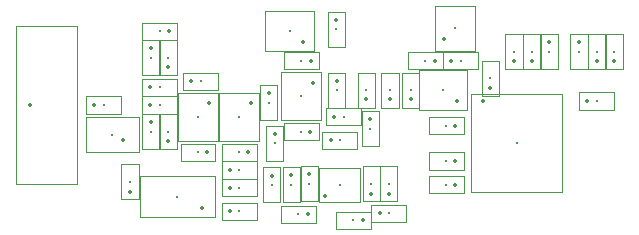
<source format=gbr>
%TF.GenerationSoftware,KiCad,Pcbnew,8.0.3-8.0.3-0~ubuntu22.04.1*%
%TF.CreationDate,2024-10-10T17:36:23+02:00*%
%TF.ProjectId,ADC_pHAT_AFE,4144435f-7048-4415-945f-4146452e6b69,rev?*%
%TF.SameCoordinates,PX5cbead0PY5705d50*%
%TF.FileFunction,Component,L1,Top*%
%TF.FilePolarity,Positive*%
%FSLAX46Y46*%
G04 Gerber Fmt 4.6, Leading zero omitted, Abs format (unit mm)*
G04 Created by KiCad (PCBNEW 8.0.3-8.0.3-0~ubuntu22.04.1) date 2024-10-10 17:36:23*
%MOMM*%
%LPD*%
G01*
G04 APERTURE LIST*
%TA.AperFunction,ComponentMain*%
%ADD10C,0.300000*%
%TD*%
%TA.AperFunction,ComponentOutline,Courtyard*%
%ADD11C,0.100000*%
%TD*%
%TA.AperFunction,ComponentPin*%
%ADD12P,0.360000X4X0.000000*%
%TD*%
%TA.AperFunction,ComponentPin*%
%ADD13C,0.100000*%
%TD*%
%TA.AperFunction,ComponentOutline,Footprint*%
%ADD14C,0.100000*%
%TD*%
G04 APERTURE END LIST*
D10*
%TO.C,C15*%
%TO.CFtp,C_0603_1608Metric*%
%TO.CVal,4.7u*%
%TO.CLbN,Capacitor_SMD*%
%TO.CMnt,SMD*%
%TO.CRot,180*%
X28660000Y5250000D03*
D11*
X30139999Y5979999D02*
X30139999Y4520001D01*
X27180001Y4520001D01*
X27180001Y5979999D01*
X30139999Y5979999D01*
D12*
%TO.P,C15,1*%
X29435000Y5250000D03*
D13*
%TO.P,C15,2*%
X27885000Y5250000D03*
%TD*%
D10*
%TO.C,D3*%
%TO.CFtp,D_0603_1608Metric*%
%TO.CVal,D*%
%TO.CLbN,Diode_SMD*%
%TO.CMnt,SMD*%
%TO.CRot,-90*%
X30100000Y13000000D03*
D11*
X30829999Y14479999D02*
X30829999Y11520001D01*
X29370001Y11520001D01*
X29370001Y14479999D01*
X30829999Y14479999D01*
D12*
%TO.P,D3,1,K*%
X30100000Y13787500D03*
D13*
%TO.P,D3,2,A*%
X30100000Y12212500D03*
%TD*%
D10*
%TO.C,C13*%
%TO.CFtp,C_0603_1608Metric*%
%TO.CVal,2.2u*%
%TO.CLbN,Capacitor_SMD*%
%TO.CMnt,SMD*%
%TO.CRot,-90*%
X21750000Y8250000D03*
D11*
X22479999Y9729999D02*
X22479999Y6770001D01*
X21020001Y6770001D01*
X21020001Y9729999D01*
X22479999Y9729999D01*
D12*
%TO.P,C13,1*%
X21750000Y9025000D03*
D13*
%TO.P,C13,2*%
X21750000Y7475000D03*
%TD*%
D10*
%TO.C,R11*%
%TO.CFtp,R_0603_1608Metric*%
%TO.CVal,100*%
%TO.CLbN,Resistor_SMD*%
%TO.CMnt,SMD*%
%TO.CRot,180*%
X24250000Y18750000D03*
D11*
X25729999Y19479999D02*
X25729999Y18020001D01*
X22770001Y18020001D01*
X22770001Y19479999D01*
X25729999Y19479999D01*
D12*
%TO.P,R11,1*%
X25075000Y18750000D03*
D13*
%TO.P,R11,2*%
X23425000Y18750000D03*
%TD*%
D10*
%TO.C,C9*%
%TO.CFtp,C_0603_1608Metric*%
%TO.CVal,100n*%
%TO.CLbN,Capacitor_SMD*%
%TO.CMnt,SMD*%
%TO.CRot,90*%
X33500000Y16250000D03*
D11*
X34229999Y17729999D02*
X34229999Y14770001D01*
X32770001Y14770001D01*
X32770001Y17729999D01*
X34229999Y17729999D01*
D12*
%TO.P,C9,1*%
X33500000Y15475000D03*
D13*
%TO.P,C9,2*%
X33500000Y17025000D03*
%TD*%
D10*
%TO.C,R14*%
%TO.CFtp,R_0603_1608Metric*%
%TO.CVal,100*%
%TO.CLbN,Resistor_SMD*%
%TO.CMnt,SMD*%
%TO.CRot,-90*%
X21500000Y15200000D03*
D11*
X22229999Y16679999D02*
X22229999Y13720001D01*
X20770001Y13720001D01*
X20770001Y16679999D01*
X22229999Y16679999D01*
D12*
%TO.P,R14,1*%
X21500000Y16025000D03*
D13*
%TO.P,R14,2*%
X21500000Y14375000D03*
%TD*%
D10*
%TO.C,C4*%
%TO.CFtp,C_0603_1608Metric*%
%TO.CVal,22uF*%
%TO.CLbN,Capacitor_SMD*%
%TO.CMnt,SMD*%
%TO.CRot,90*%
X43750000Y19500000D03*
D11*
X44479999Y20979999D02*
X44479999Y18020001D01*
X43020001Y18020001D01*
X43020001Y20979999D01*
X44479999Y20979999D01*
D12*
%TO.P,C4,1*%
X43750000Y18725000D03*
D13*
%TO.P,C4,2*%
X43750000Y20275000D03*
%TD*%
D10*
%TO.C,R3*%
%TO.CFtp,R_0603_1608Metric*%
%TO.CVal,87k*%
%TO.CLbN,Resistor_SMD*%
%TO.CMnt,SMD*%
%TO.CRot,90*%
X30160000Y8325000D03*
D11*
X30889999Y9804999D02*
X30889999Y6845001D01*
X29430001Y6845001D01*
X29430001Y9804999D01*
X30889999Y9804999D01*
D12*
%TO.P,R3,1*%
X30160000Y7500000D03*
D13*
%TO.P,R3,2*%
X30160000Y9150000D03*
%TD*%
D10*
%TO.C,D2*%
%TO.CFtp,D_0603_1608Metric*%
%TO.CVal,D*%
%TO.CLbN,Diode_SMD*%
%TO.CMnt,SMD*%
%TO.CRot,90*%
X13000000Y19000000D03*
D11*
X13729999Y20479999D02*
X13729999Y17520001D01*
X12270001Y17520001D01*
X12270001Y20479999D01*
X13729999Y20479999D01*
D12*
%TO.P,D2,1,K*%
X13000000Y18212500D03*
D13*
%TO.P,D2,2,A*%
X13000000Y19787500D03*
%TD*%
D10*
%TO.C,R5*%
%TO.CFtp,R_0603_1608Metric*%
%TO.CVal,1k*%
%TO.CLbN,Resistor_SMD*%
%TO.CMnt,SMD*%
%TO.CRot,0*%
X37750000Y18750000D03*
D11*
X39229999Y19479999D02*
X39229999Y18020001D01*
X36270001Y18020001D01*
X36270001Y19479999D01*
X39229999Y19479999D01*
D12*
%TO.P,R5,1*%
X36925000Y18750000D03*
D13*
%TO.P,R5,2*%
X38575000Y18750000D03*
%TD*%
D10*
%TO.C,U8*%
%TO.CFtp,SOT-23-6*%
%TO.CVal,DAC5571*%
%TO.CLbN,Package_TO_SOT_SMD*%
%TO.CMnt,SMD*%
%TO.CRot,180*%
X23250000Y21250000D03*
D11*
X25299999Y22949999D02*
X25299999Y19550001D01*
X21200001Y19550001D01*
X21200001Y22949999D01*
X25299999Y22949999D01*
D12*
%TO.P,U8,1,VOUT*%
X24387500Y20300000D03*
D13*
%TO.P,U8,2,GND*%
X24387500Y21250000D03*
%TO.P,U8,3,VDD*%
X24387500Y22200000D03*
%TO.P,U8,4,SDA*%
X22112500Y22200000D03*
%TO.P,U8,5,SCL*%
X22112500Y21250000D03*
%TO.P,U8,6,A0*%
X22112500Y20300000D03*
%TD*%
D10*
%TO.C,D1*%
%TO.CFtp,D_0603_1608Metric*%
%TO.CVal,D*%
%TO.CLbN,Diode_SMD*%
%TO.CMnt,SMD*%
%TO.CRot,-90*%
X11500000Y19000000D03*
D11*
X12229999Y20479999D02*
X12229999Y17520001D01*
X10770001Y17520001D01*
X10770001Y20479999D01*
X12229999Y20479999D01*
D12*
%TO.P,D1,1,K*%
X11500000Y19787500D03*
D13*
%TO.P,D1,2,A*%
X11500000Y18212500D03*
%TD*%
D10*
%TO.C,U3*%
%TO.CFtp,WSON-12-1EP_3x2mm_P0.5mm_EP1x2.65_ThermalVias*%
%TO.CVal,LM27762*%
%TO.CLbN,Package_SON*%
%TO.CMnt,SMD*%
%TO.CRot,90*%
X27500000Y8250000D03*
D11*
X29249999Y9699999D02*
X29249999Y6800001D01*
X25750001Y6800001D01*
X25750001Y9699999D01*
X29249999Y9699999D01*
D12*
%TO.P,U3,1,PGOOD*%
X26250000Y7300000D03*
D13*
%TO.P,U3,2,FB+*%
X26750000Y7300000D03*
%TO.P,U3,3,VIN*%
X27250000Y7300000D03*
%TO.P,U3,4,GND*%
X27750000Y7300000D03*
%TO.P,U3,5,CP*%
X28250000Y7300000D03*
%TO.P,U3,6,OUT-*%
X28750000Y7300000D03*
%TO.P,U3,7,FB-*%
X28750000Y9200000D03*
%TO.P,U3,8,EN-*%
X28250000Y9200000D03*
%TO.P,U3,9,C-*%
X27750000Y9200000D03*
%TO.P,U3,10,C+*%
X27250000Y9200000D03*
%TO.P,U3,11,OUT+*%
X26750000Y9200000D03*
%TO.P,U3,12,EN+*%
X26250000Y9200000D03*
%TO.P,U3,13,PAD*%
X26500000Y8250000D03*
X27500000Y8250000D03*
X27500000Y8250000D03*
X28500000Y8250000D03*
%TD*%
D10*
%TO.C,R19*%
%TO.CFtp,R_0603_1608Metric*%
%TO.CVal,1k*%
%TO.CLbN,Resistor_SMD*%
%TO.CMnt,SMD*%
%TO.CRot,0*%
X15750000Y17000000D03*
D11*
X17229999Y17729999D02*
X17229999Y16270001D01*
X14270001Y16270001D01*
X14270001Y17729999D01*
X17229999Y17729999D01*
D12*
%TO.P,R19,1*%
X14925000Y17000000D03*
D13*
%TO.P,R19,2*%
X16575000Y17000000D03*
%TD*%
D10*
%TO.C,J3*%
%TO.CFtp,AMPHENOL_132357-11-MOD*%
%TO.CVal,Conn_Coaxial*%
%TO.CLbN,ICTAMKY_V8*%
%TO.CMnt,Other*%
%TO.CRot,0*%
X1250000Y15000000D03*
D14*
X75000Y21650000D02*
X75000Y8350000D01*
X5275000Y8350000D01*
X5275000Y21650000D01*
X75000Y21650000D01*
D12*
%TO.P,J3,1,In*%
X1250000Y15000000D03*
D13*
%TO.P,J3,2,Ext*%
X2825000Y19250000D03*
X2825000Y10750000D03*
%TD*%
D10*
%TO.C,U4*%
%TO.CFtp,MSOP-10_3x3mm_P0.5mm*%
%TO.CVal,ADG621*%
%TO.CLbN,Package_SO*%
%TO.CMnt,SMD*%
%TO.CRot,180*%
X13750000Y7250000D03*
D11*
X16929999Y8999999D02*
X16929999Y5500001D01*
X10570001Y5500001D01*
X10570001Y8999999D01*
X16929999Y8999999D01*
D12*
%TO.P,U4,1,S1*%
X15862500Y6250000D03*
D13*
%TO.P,U4,2,D1*%
X15862500Y6750000D03*
%TO.P,U4,3,IN2*%
X15862500Y7250000D03*
%TO.P,U4,4,GND*%
X15862500Y7750000D03*
%TO.P,U4,5,VSS*%
X15862500Y8250000D03*
%TO.P,U4,6,NC*%
X11637500Y8250000D03*
%TO.P,U4,7,S2*%
X11637500Y7750000D03*
%TO.P,U4,8,D2*%
X11637500Y7250000D03*
%TO.P,U4,9,IN1*%
X11637500Y6750000D03*
%TO.P,U4,10,VDD*%
X11637500Y6250000D03*
%TD*%
D10*
%TO.C,C18*%
%TO.CFtp,C_0603_1608Metric*%
%TO.CVal,1p*%
%TO.CLbN,Capacitor_SMD*%
%TO.CMnt,SMD*%
%TO.CRot,0*%
X12250000Y15000000D03*
D11*
X13729999Y15729999D02*
X13729999Y14270001D01*
X10770001Y14270001D01*
X10770001Y15729999D01*
X13729999Y15729999D01*
D12*
%TO.P,C18,1*%
X11475000Y15000000D03*
D13*
%TO.P,C18,2*%
X13025000Y15000000D03*
%TD*%
D10*
%TO.C,U2*%
%TO.CFtp,TSSOP-24_4.4x7.8mm_P0.65mm*%
%TO.CVal,ADC08100CIMTCX/NOPB(TSSOP-24)*%
%TO.CLbN,Package_SO*%
%TO.CMnt,SMD*%
%TO.CRot,0*%
X42500000Y11750000D03*
D11*
X46349999Y15899999D02*
X46349999Y7600001D01*
X38650001Y7600001D01*
X38650001Y15899999D01*
X46349999Y15899999D01*
D12*
%TO.P,U2,1,VA*%
X39637500Y15325000D03*
D13*
%TO.P,U2,2,AGND*%
X39637500Y14675000D03*
%TO.P,U2,3,VRT*%
X39637500Y14025000D03*
%TO.P,U2,4,VA*%
X39637500Y13375000D03*
%TO.P,U2,5,AGND*%
X39637500Y12725000D03*
%TO.P,U2,6,VIN*%
X39637500Y12075000D03*
%TO.P,U2,7,GND*%
X39637500Y11425000D03*
%TO.P,U2,8,AGND*%
X39637500Y10775000D03*
%TO.P,U2,9,VRM*%
X39637500Y10125000D03*
%TO.P,U2,10,VRB*%
X39637500Y9475000D03*
%TO.P,U2,11,AGND*%
X39637500Y8825000D03*
%TO.P,U2,12,VA*%
X39637500Y8175000D03*
%TO.P,U2,13,D7*%
X45362500Y8175000D03*
%TO.P,U2,14,D6*%
X45362500Y8825000D03*
%TO.P,U2,15,D5*%
X45362500Y9475000D03*
%TO.P,U2,16,D4*%
X45362500Y10125000D03*
%TO.P,U2,17,DRGND*%
X45362500Y10775000D03*
%TO.P,U2,18,DRVD*%
X45362500Y11425000D03*
%TO.P,U2,19,D3*%
X45362500Y12075000D03*
%TO.P,U2,20,D2*%
X45362500Y12725000D03*
%TO.P,U2,21,D1*%
X45362500Y13375000D03*
%TO.P,U2,22,D0*%
X45362500Y14025000D03*
%TO.P,U2,23,PD*%
X45362500Y14675000D03*
%TO.P,U2,24,CLK*%
X45362500Y15325000D03*
%TD*%
D10*
%TO.C,R13*%
%TO.CFtp,R_0603_1608Metric*%
%TO.CVal,100*%
%TO.CLbN,Resistor_SMD*%
%TO.CMnt,SMD*%
%TO.CRot,0*%
X27850000Y14000000D03*
D11*
X29329999Y14729999D02*
X29329999Y13270001D01*
X26370001Y13270001D01*
X26370001Y14729999D01*
X29329999Y14729999D01*
D12*
%TO.P,R13,1*%
X27025000Y14000000D03*
D13*
%TO.P,R13,2*%
X28675000Y14000000D03*
%TD*%
D10*
%TO.C,C11*%
%TO.CFtp,C_0603_1608Metric*%
%TO.CVal,100nF*%
%TO.CLbN,Capacitor_SMD*%
%TO.CMnt,SMD*%
%TO.CRot,180*%
X36500000Y10250000D03*
D11*
X37979999Y10979999D02*
X37979999Y9520001D01*
X35020001Y9520001D01*
X35020001Y10979999D01*
X37979999Y10979999D01*
D12*
%TO.P,C11,1*%
X37275000Y10250000D03*
D13*
%TO.P,C11,2*%
X35725000Y10250000D03*
%TD*%
D10*
%TO.C,U10*%
%TO.CFtp,SOT-23*%
%TO.CVal,LM4040DBZ-2.0*%
%TO.CLbN,Package_TO_SOT_SMD*%
%TO.CMnt,SMD*%
%TO.CRot,90*%
X37250000Y21500000D03*
D11*
X38949999Y23419999D02*
X38949999Y19580001D01*
X35550001Y19580001D01*
X35550001Y23419999D01*
X38949999Y23419999D01*
D12*
%TO.P,U10,1,K*%
X36300000Y20562500D03*
D13*
%TO.P,U10,2,A*%
X38200000Y20562500D03*
%TO.P,U10,3,NC*%
X37250000Y22437500D03*
%TD*%
D10*
%TO.C,C7*%
%TO.CFtp,C_0603_1608Metric*%
%TO.CVal,100nF*%
%TO.CLbN,Capacitor_SMD*%
%TO.CMnt,SMD*%
%TO.CRot,180*%
X36500000Y8250000D03*
D11*
X37979999Y8979999D02*
X37979999Y7520001D01*
X35020001Y7520001D01*
X35020001Y8979999D01*
X37979999Y8979999D01*
D12*
%TO.P,C7,1*%
X37275000Y8250000D03*
D13*
%TO.P,C7,2*%
X35725000Y8250000D03*
%TD*%
D10*
%TO.C,R8*%
%TO.CFtp,R_0603_1608Metric*%
%TO.CVal,47*%
%TO.CLbN,Resistor_SMD*%
%TO.CMnt,SMD*%
%TO.CRot,0*%
X19000000Y6000000D03*
D11*
X20479999Y6729999D02*
X20479999Y5270001D01*
X17520001Y5270001D01*
X17520001Y6729999D01*
X20479999Y6729999D01*
D12*
%TO.P,R8,1*%
X18175000Y6000000D03*
D13*
%TO.P,R8,2*%
X19825000Y6000000D03*
%TD*%
D10*
%TO.C,R2*%
%TO.CFtp,R_0603_1608Metric*%
%TO.CVal,10K*%
%TO.CLbN,Resistor_SMD*%
%TO.CMnt,SMD*%
%TO.CRot,0*%
X49250000Y15350000D03*
D11*
X50729999Y16079999D02*
X50729999Y14620001D01*
X47770001Y14620001D01*
X47770001Y16079999D01*
X50729999Y16079999D01*
D12*
%TO.P,R2,1*%
X48425000Y15350000D03*
D13*
%TO.P,R2,2*%
X50075000Y15350000D03*
%TD*%
D10*
%TO.C,C2*%
%TO.CFtp,C_0603_1608Metric*%
%TO.CVal,100nF*%
%TO.CLbN,Capacitor_SMD*%
%TO.CMnt,SMD*%
%TO.CRot,90*%
X50750000Y19500000D03*
D11*
X51479999Y20979999D02*
X51479999Y18020001D01*
X50020001Y18020001D01*
X50020001Y20979999D01*
X51479999Y20979999D01*
D12*
%TO.P,C2,1*%
X50750000Y18725000D03*
D13*
%TO.P,C2,2*%
X50750000Y20275000D03*
%TD*%
D10*
%TO.C,C23*%
%TO.CFtp,C_0603_1608Metric*%
%TO.CVal,160p*%
%TO.CLbN,Capacitor_SMD*%
%TO.CMnt,SMD*%
%TO.CRot,90*%
X29750000Y16250000D03*
D11*
X30479999Y17729999D02*
X30479999Y14770001D01*
X29020001Y14770001D01*
X29020001Y17729999D01*
X30479999Y17729999D01*
D12*
%TO.P,C23,1*%
X29750000Y15475000D03*
D13*
%TO.P,C23,2*%
X29750000Y17025000D03*
%TD*%
D10*
%TO.C,R12*%
%TO.CFtp,R_0603_1608Metric*%
%TO.CVal,680k*%
%TO.CLbN,Resistor_SMD*%
%TO.CMnt,SMD*%
%TO.CRot,0*%
X12250000Y16500000D03*
D11*
X13729999Y17229999D02*
X13729999Y15770001D01*
X10770001Y15770001D01*
X10770001Y17229999D01*
X13729999Y17229999D01*
D12*
%TO.P,R12,1*%
X11425000Y16500000D03*
D13*
%TO.P,R12,2*%
X13075000Y16500000D03*
%TD*%
D10*
%TO.C,C8*%
%TO.CFtp,C_0603_1608Metric*%
%TO.CVal,2.2u*%
%TO.CLbN,Capacitor_SMD*%
%TO.CMnt,SMD*%
%TO.CRot,180*%
X24000000Y5750000D03*
D11*
X25479999Y6479999D02*
X25479999Y5020001D01*
X22520001Y5020001D01*
X22520001Y6479999D01*
X25479999Y6479999D01*
D12*
%TO.P,C8,1*%
X24775000Y5750000D03*
D13*
%TO.P,C8,2*%
X23225000Y5750000D03*
%TD*%
D10*
%TO.C,R18*%
%TO.CFtp,R_0603_1608Metric*%
%TO.CVal,1k*%
%TO.CLbN,Resistor_SMD*%
%TO.CMnt,SMD*%
%TO.CRot,-90*%
X27250000Y16250000D03*
D11*
X27979999Y17729999D02*
X27979999Y14770001D01*
X26520001Y14770001D01*
X26520001Y17729999D01*
X27979999Y17729999D01*
D12*
%TO.P,R18,1*%
X27250000Y17075000D03*
D13*
%TO.P,R18,2*%
X27250000Y15425000D03*
%TD*%
D10*
%TO.C,C21*%
%TO.CFtp,C_0603_1608Metric*%
%TO.CVal,10n*%
%TO.CLbN,Capacitor_SMD*%
%TO.CMnt,SMD*%
%TO.CRot,0*%
X7500000Y15000000D03*
D11*
X8979999Y15729999D02*
X8979999Y14270001D01*
X6020001Y14270001D01*
X6020001Y15729999D01*
X8979999Y15729999D01*
D12*
%TO.P,C21,1*%
X6725000Y15000000D03*
D13*
%TO.P,C21,2*%
X8275000Y15000000D03*
%TD*%
D10*
%TO.C,R7*%
%TO.CFtp,R_0603_1608Metric*%
%TO.CVal,50k*%
%TO.CLbN,Resistor_SMD*%
%TO.CMnt,SMD*%
%TO.CRot,-90*%
X24910000Y8325000D03*
D11*
X25639999Y9804999D02*
X25639999Y6845001D01*
X24180001Y6845001D01*
X24180001Y9804999D01*
X25639999Y9804999D01*
D12*
%TO.P,R7,1*%
X24910000Y9150000D03*
D13*
%TO.P,R7,2*%
X24910000Y7500000D03*
%TD*%
D10*
%TO.C,C22*%
%TO.CFtp,C_0603_1608Metric*%
%TO.CVal,6.8p*%
%TO.CLbN,Capacitor_SMD*%
%TO.CMnt,SMD*%
%TO.CRot,-90*%
X11500000Y12750000D03*
D11*
X12229999Y14229999D02*
X12229999Y11270001D01*
X10770001Y11270001D01*
X10770001Y14229999D01*
X12229999Y14229999D01*
D12*
%TO.P,C22,1*%
X11500000Y13525000D03*
D13*
%TO.P,C22,2*%
X11500000Y11975000D03*
%TD*%
D10*
%TO.C,C17*%
%TO.CFtp,C_0603_1608Metric*%
%TO.CVal,100n*%
%TO.CLbN,Capacitor_SMD*%
%TO.CMnt,SMD*%
%TO.CRot,180*%
X15500000Y11000000D03*
D11*
X16979999Y11729999D02*
X16979999Y10270001D01*
X14020001Y10270001D01*
X14020001Y11729999D01*
X16979999Y11729999D01*
D12*
%TO.P,C17,1*%
X16275000Y11000000D03*
D13*
%TO.P,C17,2*%
X14725000Y11000000D03*
%TD*%
D10*
%TO.C,C20*%
%TO.CFtp,C_0603_1608Metric*%
%TO.CVal,100n*%
%TO.CLbN,Capacitor_SMD*%
%TO.CMnt,SMD*%
%TO.CRot,180*%
X24250000Y12750000D03*
D11*
X25729999Y13479999D02*
X25729999Y12020001D01*
X22770001Y12020001D01*
X22770001Y13479999D01*
X25729999Y13479999D01*
D12*
%TO.P,C20,1*%
X25025000Y12750000D03*
D13*
%TO.P,C20,2*%
X23475000Y12750000D03*
%TD*%
D10*
%TO.C,C6*%
%TO.CFtp,C_0603_1608Metric*%
%TO.CVal,100nF*%
%TO.CLbN,Capacitor_SMD*%
%TO.CMnt,SMD*%
%TO.CRot,180*%
X36500000Y13250000D03*
D11*
X37979999Y13979999D02*
X37979999Y12520001D01*
X35020001Y12520001D01*
X35020001Y13979999D01*
X37979999Y13979999D01*
D12*
%TO.P,C6,1*%
X37275000Y13250000D03*
D13*
%TO.P,C6,2*%
X35725000Y13250000D03*
%TD*%
D10*
%TO.C,R9*%
%TO.CFtp,R_0603_1608Metric*%
%TO.CVal,100*%
%TO.CLbN,Resistor_SMD*%
%TO.CMnt,SMD*%
%TO.CRot,90*%
X9750000Y8500000D03*
D11*
X10479999Y9979999D02*
X10479999Y7020001D01*
X9020001Y7020001D01*
X9020001Y9979999D01*
X10479999Y9979999D01*
D12*
%TO.P,R9,1*%
X9750000Y7675000D03*
D13*
%TO.P,R9,2*%
X9750000Y9325000D03*
%TD*%
D10*
%TO.C,R4*%
%TO.CFtp,R_0603_1608Metric*%
%TO.CVal,50k*%
%TO.CLbN,Resistor_SMD*%
%TO.CMnt,SMD*%
%TO.CRot,90*%
X31660000Y8325000D03*
D11*
X32389999Y9804999D02*
X32389999Y6845001D01*
X30930001Y6845001D01*
X30930001Y9804999D01*
X32389999Y9804999D01*
D12*
%TO.P,R4,1*%
X31660000Y7500000D03*
D13*
%TO.P,R4,2*%
X31660000Y9150000D03*
%TD*%
D10*
%TO.C,J1*%
%TO.CFtp,PinHeader_1x02_P1.00mm_Vertical_SMD_Pin1Left*%
%TO.CVal,Conn_01x02_Male*%
%TO.CLbN,Connector_PinHeader_1.00mm*%
%TO.CMnt,SMD*%
%TO.CRot,180*%
X8250000Y12500000D03*
D11*
X10499999Y13999999D02*
X10499999Y11000001D01*
X6000001Y11000001D01*
X6000001Y13999999D01*
X10499999Y13999999D01*
D12*
%TO.P,J1,1,Pin_1*%
X9125000Y12000000D03*
D13*
%TO.P,J1,2,Pin_2*%
X7375000Y13000000D03*
%TD*%
D10*
%TO.C,C1*%
%TO.CFtp,C_0603_1608Metric*%
%TO.CVal,22uF*%
%TO.CLbN,Capacitor_SMD*%
%TO.CMnt,SMD*%
%TO.CRot,90*%
X49250000Y19500000D03*
D11*
X49979999Y20979999D02*
X49979999Y18020001D01*
X48520001Y18020001D01*
X48520001Y20979999D01*
X49979999Y20979999D01*
D12*
%TO.P,C1,1*%
X49250000Y18725000D03*
D13*
%TO.P,C1,2*%
X49250000Y20275000D03*
%TD*%
D10*
%TO.C,C19*%
%TO.CFtp,C_0603_1608Metric*%
%TO.CVal,100n*%
%TO.CLbN,Capacitor_SMD*%
%TO.CMnt,SMD*%
%TO.CRot,180*%
X19000000Y11000000D03*
D11*
X20479999Y11729999D02*
X20479999Y10270001D01*
X17520001Y10270001D01*
X17520001Y11729999D01*
X20479999Y11729999D01*
D12*
%TO.P,C19,1*%
X19775000Y11000000D03*
D13*
%TO.P,C19,2*%
X18225000Y11000000D03*
%TD*%
D10*
%TO.C,U9*%
%TO.CFtp,SOT-23-5*%
%TO.CVal,TLV271*%
%TO.CLbN,Package_TO_SOT_SMD*%
%TO.CMnt,SMD*%
%TO.CRot,180*%
X36250000Y16250000D03*
D11*
X38299999Y17949999D02*
X38299999Y14550001D01*
X34200001Y14550001D01*
X34200001Y17949999D01*
X38299999Y17949999D01*
D12*
%TO.P,U9,1*%
X37387500Y15300000D03*
D13*
%TO.P,U9,2*%
X37387500Y16250000D03*
%TO.P,U9,3,+*%
X37387500Y17200000D03*
%TO.P,U9,4,-*%
X35112500Y17200000D03*
%TO.P,U9,5*%
X35112500Y15300000D03*
%TD*%
D10*
%TO.C,U6*%
%TO.CFtp,SOT-23-5*%
%TO.CVal,TPH2501*%
%TO.CLbN,Package_TO_SOT_SMD*%
%TO.CMnt,SMD*%
%TO.CRot,-90*%
X15500000Y14000000D03*
D11*
X17199999Y16049999D02*
X17199999Y11950001D01*
X13800001Y11950001D01*
X13800001Y16049999D01*
X17199999Y16049999D01*
D12*
%TO.P,U6,1*%
X16450000Y15137500D03*
D13*
%TO.P,U6,2*%
X15500000Y15137500D03*
%TO.P,U6,3,+*%
X14550000Y15137500D03*
%TO.P,U6,4,-*%
X14550000Y12862500D03*
%TO.P,U6,5*%
X16450000Y12862500D03*
%TD*%
D10*
%TO.C,FB2*%
%TO.CFtp,R_0603_1608Metric*%
%TO.CVal,FerriteBead_Small*%
%TO.CLbN,Resistor_SMD*%
%TO.CMnt,SMD*%
%TO.CRot,-90*%
X45250000Y19500000D03*
D11*
X45979999Y20979999D02*
X45979999Y18020001D01*
X44520001Y18020001D01*
X44520001Y20979999D01*
X45979999Y20979999D01*
D12*
%TO.P,FB2,1*%
X45250000Y20325000D03*
D13*
%TO.P,FB2,2*%
X45250000Y18675000D03*
%TD*%
D10*
%TO.C,R17*%
%TO.CFtp,R_0603_1608Metric*%
%TO.CVal,1k*%
%TO.CLbN,Resistor_SMD*%
%TO.CMnt,SMD*%
%TO.CRot,-90*%
X22000000Y11750000D03*
D11*
X22729999Y13229999D02*
X22729999Y10270001D01*
X21270001Y10270001D01*
X21270001Y13229999D01*
X22729999Y13229999D01*
D12*
%TO.P,R17,1*%
X22000000Y12575000D03*
D13*
%TO.P,R17,2*%
X22000000Y10925000D03*
%TD*%
D10*
%TO.C,C10*%
%TO.CFtp,C_0603_1608Metric*%
%TO.CVal,1u*%
%TO.CLbN,Capacitor_SMD*%
%TO.CMnt,SMD*%
%TO.CRot,90*%
X31750000Y16250000D03*
D11*
X32479999Y17729999D02*
X32479999Y14770001D01*
X31020001Y14770001D01*
X31020001Y17729999D01*
X32479999Y17729999D01*
D12*
%TO.P,C10,1*%
X31750000Y15475000D03*
D13*
%TO.P,C10,2*%
X31750000Y17025000D03*
%TD*%
D10*
%TO.C,C5*%
%TO.CFtp,C_0603_1608Metric*%
%TO.CVal,100nF*%
%TO.CLbN,Capacitor_SMD*%
%TO.CMnt,SMD*%
%TO.CRot,90*%
X40250000Y17250000D03*
D11*
X40979999Y18729999D02*
X40979999Y15770001D01*
X39520001Y15770001D01*
X39520001Y18729999D01*
X40979999Y18729999D01*
D12*
%TO.P,C5,1*%
X40250000Y16475000D03*
D13*
%TO.P,C5,2*%
X40250000Y18025000D03*
%TD*%
D10*
%TO.C,FB1*%
%TO.CFtp,R_0603_1608Metric*%
%TO.CVal,FerriteBead_Small*%
%TO.CLbN,Resistor_SMD*%
%TO.CMnt,SMD*%
%TO.CRot,-90*%
X47750000Y19500000D03*
D11*
X48479999Y20979999D02*
X48479999Y18020001D01*
X47020001Y18020001D01*
X47020001Y20979999D01*
X48479999Y20979999D01*
D12*
%TO.P,FB1,1*%
X47750000Y20325000D03*
D13*
%TO.P,FB1,2*%
X47750000Y18675000D03*
%TD*%
D10*
%TO.C,C16*%
%TO.CFtp,C_0603_1608Metric*%
%TO.CVal,100n*%
%TO.CLbN,Capacitor_SMD*%
%TO.CMnt,SMD*%
%TO.CRot,180*%
X12250000Y21250000D03*
D11*
X13729999Y21979999D02*
X13729999Y20520001D01*
X10770001Y20520001D01*
X10770001Y21979999D01*
X13729999Y21979999D01*
D12*
%TO.P,C16,1*%
X13025000Y21250000D03*
D13*
%TO.P,C16,2*%
X11475000Y21250000D03*
%TD*%
D10*
%TO.C,R10*%
%TO.CFtp,R_0603_1608Metric*%
%TO.CVal,680*%
%TO.CLbN,Resistor_SMD*%
%TO.CMnt,SMD*%
%TO.CRot,0*%
X19000000Y9500000D03*
D11*
X20479999Y10229999D02*
X20479999Y8770001D01*
X17520001Y8770001D01*
X17520001Y10229999D01*
X20479999Y10229999D01*
D12*
%TO.P,R10,1*%
X18175000Y9500000D03*
D13*
%TO.P,R10,2*%
X19825000Y9500000D03*
%TD*%
D10*
%TO.C,R1*%
%TO.CFtp,R_0603_1608Metric*%
%TO.CVal,87k*%
%TO.CLbN,Resistor_SMD*%
%TO.CMnt,SMD*%
%TO.CRot,-90*%
X23410000Y8250000D03*
D11*
X24139999Y9729999D02*
X24139999Y6770001D01*
X22680001Y6770001D01*
X22680001Y9729999D01*
X24139999Y9729999D01*
D12*
%TO.P,R1,1*%
X23410000Y9075000D03*
D13*
%TO.P,R1,2*%
X23410000Y7425000D03*
%TD*%
D10*
%TO.C,C12*%
%TO.CFtp,C_0603_1608Metric*%
%TO.CVal,2.2u*%
%TO.CLbN,Capacitor_SMD*%
%TO.CMnt,SMD*%
%TO.CRot,0*%
X27500000Y12000000D03*
D11*
X28979999Y12729999D02*
X28979999Y11270001D01*
X26020001Y11270001D01*
X26020001Y12729999D01*
X28979999Y12729999D01*
D12*
%TO.P,C12,1*%
X26725000Y12000000D03*
D13*
%TO.P,C12,2*%
X28275000Y12000000D03*
%TD*%
D10*
%TO.C,C25*%
%TO.CFtp,C_0603_1608Metric*%
%TO.CVal,100n*%
%TO.CLbN,Capacitor_SMD*%
%TO.CMnt,SMD*%
%TO.CRot,180*%
X34750000Y18750000D03*
D11*
X36229999Y19479999D02*
X36229999Y18020001D01*
X33270001Y18020001D01*
X33270001Y19479999D01*
X36229999Y19479999D01*
D12*
%TO.P,C25,1*%
X35525000Y18750000D03*
D13*
%TO.P,C25,2*%
X33975000Y18750000D03*
%TD*%
D10*
%TO.C,C14*%
%TO.CFtp,C_0603_1608Metric*%
%TO.CVal,2.2u*%
%TO.CLbN,Capacitor_SMD*%
%TO.CMnt,SMD*%
%TO.CRot,0*%
X31660000Y5825000D03*
D11*
X33139999Y6554999D02*
X33139999Y5095001D01*
X30180001Y5095001D01*
X30180001Y6554999D01*
X33139999Y6554999D01*
D12*
%TO.P,C14,1*%
X30885000Y5825000D03*
D13*
%TO.P,C14,2*%
X32435000Y5825000D03*
%TD*%
D10*
%TO.C,U5*%
%TO.CFtp,SOT-23-5*%
%TO.CVal,OPA830*%
%TO.CLbN,Package_TO_SOT_SMD*%
%TO.CMnt,SMD*%
%TO.CRot,-90*%
X24250000Y15750000D03*
D11*
X25949999Y17799999D02*
X25949999Y13700001D01*
X22550001Y13700001D01*
X22550001Y17799999D01*
X25949999Y17799999D01*
D12*
%TO.P,U5,1*%
X25200000Y16887500D03*
D13*
%TO.P,U5,2*%
X24250000Y16887500D03*
%TO.P,U5,3,+*%
X23300000Y16887500D03*
%TO.P,U5,4,-*%
X23300000Y14612500D03*
%TO.P,U5,5*%
X25200000Y14612500D03*
%TD*%
D10*
%TO.C,C3*%
%TO.CFtp,C_0603_1608Metric*%
%TO.CVal,22uF*%
%TO.CLbN,Capacitor_SMD*%
%TO.CMnt,SMD*%
%TO.CRot,90*%
X42250000Y19500000D03*
D11*
X42979999Y20979999D02*
X42979999Y18020001D01*
X41520001Y18020001D01*
X41520001Y20979999D01*
X42979999Y20979999D01*
D12*
%TO.P,C3,1*%
X42250000Y18725000D03*
D13*
%TO.P,C3,2*%
X42250000Y20275000D03*
%TD*%
D10*
%TO.C,R16*%
%TO.CFtp,R_0603_1608Metric*%
%TO.CVal,100*%
%TO.CLbN,Resistor_SMD*%
%TO.CMnt,SMD*%
%TO.CRot,0*%
X19000000Y8000000D03*
D11*
X20479999Y8729999D02*
X20479999Y7270001D01*
X17520001Y7270001D01*
X17520001Y8729999D01*
X20479999Y8729999D01*
D12*
%TO.P,R16,1*%
X18175000Y8000000D03*
D13*
%TO.P,R16,2*%
X19825000Y8000000D03*
%TD*%
D10*
%TO.C,R15*%
%TO.CFtp,R_0603_1608Metric*%
%TO.CVal,100k*%
%TO.CLbN,Resistor_SMD*%
%TO.CMnt,SMD*%
%TO.CRot,90*%
X13000000Y12750000D03*
D11*
X13729999Y14229999D02*
X13729999Y11270001D01*
X12270001Y11270001D01*
X12270001Y14229999D01*
X13729999Y14229999D01*
D12*
%TO.P,R15,1*%
X13000000Y11925000D03*
D13*
%TO.P,R15,2*%
X13000000Y13575000D03*
%TD*%
D10*
%TO.C,C24*%
%TO.CFtp,C_0603_1608Metric*%
%TO.CVal,100n*%
%TO.CLbN,Capacitor_SMD*%
%TO.CMnt,SMD*%
%TO.CRot,-90*%
X27200000Y21400000D03*
D11*
X27929999Y22879999D02*
X27929999Y19920001D01*
X26470001Y19920001D01*
X26470001Y22879999D01*
X27929999Y22879999D01*
D12*
%TO.P,C24,1*%
X27200000Y22175000D03*
D13*
%TO.P,C24,2*%
X27200000Y20625000D03*
%TD*%
D10*
%TO.C,U7*%
%TO.CFtp,SOT-23-5*%
%TO.CVal,LMH6629*%
%TO.CLbN,Package_TO_SOT_SMD*%
%TO.CMnt,SMD*%
%TO.CRot,-90*%
X19000000Y14000000D03*
D11*
X20699999Y16049999D02*
X20699999Y11950001D01*
X17300001Y11950001D01*
X17300001Y16049999D01*
X20699999Y16049999D01*
D12*
%TO.P,U7,1*%
X19950000Y15137500D03*
D13*
%TO.P,U7,2*%
X19000000Y15137500D03*
%TO.P,U7,3,+*%
X18050000Y15137500D03*
%TO.P,U7,4,-*%
X18050000Y12862500D03*
%TO.P,U7,5*%
X19950000Y12862500D03*
%TD*%
M02*

</source>
